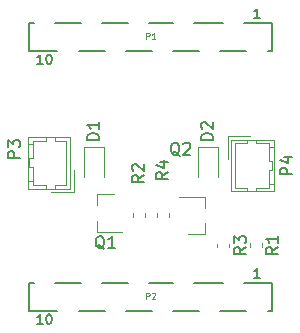
<source format=gto>
G04 #@! TF.GenerationSoftware,KiCad,Pcbnew,(5.1.5)-3*
G04 #@! TF.CreationDate,2019-12-07T13:31:04+02:00*
G04 #@! TF.ProjectId,template,74656d70-6c61-4746-952e-6b696361645f,A*
G04 #@! TF.SameCoordinates,Original*
G04 #@! TF.FileFunction,Legend,Top*
G04 #@! TF.FilePolarity,Positive*
%FSLAX46Y46*%
G04 Gerber Fmt 4.6, Leading zero omitted, Abs format (unit mm)*
G04 Created by KiCad (PCBNEW (5.1.5)-3) date 2019-12-07 13:31:04*
%MOMM*%
%LPD*%
G04 APERTURE LIST*
%ADD10C,0.200000*%
%ADD11C,0.120000*%
%ADD12C,0.100000*%
%ADD13C,0.150000*%
G04 APERTURE END LIST*
D10*
X131101000Y-87200920D02*
X128701000Y-87200920D01*
X128701000Y-87200920D02*
X128701000Y-84800920D01*
X128701000Y-84800920D02*
X129101000Y-84800920D01*
X135101000Y-87200920D02*
X132901000Y-87200920D01*
X139101000Y-87200920D02*
X136901000Y-87200920D01*
X133101000Y-84800920D02*
X130901000Y-84800920D01*
X137101000Y-84800920D02*
X134901000Y-84800920D01*
X140901000Y-84800920D02*
X138901000Y-84800920D01*
X143101000Y-87200920D02*
X140901000Y-87200920D01*
X145101000Y-84800920D02*
X142701000Y-84800920D01*
X147101000Y-87200920D02*
X144901000Y-87200920D01*
X149301000Y-87200920D02*
X148901000Y-87200920D01*
X149301000Y-87200920D02*
X149301000Y-84800920D01*
X149301000Y-84800920D02*
X146901000Y-84800920D01*
X131101000Y-109200920D02*
X128701000Y-109200920D01*
X128701000Y-109200920D02*
X128701000Y-106800920D01*
X128701000Y-106800920D02*
X129101000Y-106800920D01*
X135101000Y-109200920D02*
X132901000Y-109200920D01*
X139101000Y-109200920D02*
X136901000Y-109200920D01*
X133101000Y-106800920D02*
X130901000Y-106800920D01*
X137101000Y-106800920D02*
X134901000Y-106800920D01*
X140901000Y-106800920D02*
X138901000Y-106800920D01*
X143101000Y-109200920D02*
X140901000Y-109200920D01*
X145101000Y-106800920D02*
X142701000Y-106800920D01*
X147101000Y-109200920D02*
X144901000Y-109200920D01*
X149301000Y-109200920D02*
X148901000Y-109200920D01*
X149301000Y-109200920D02*
X149301000Y-106800920D01*
X149301000Y-106800920D02*
X146901000Y-106800920D01*
D11*
X135025000Y-95280920D02*
X133325000Y-95280920D01*
X133325000Y-95280920D02*
X133325000Y-97830920D01*
X135025000Y-95280920D02*
X135025000Y-97830920D01*
X144677000Y-95246920D02*
X144677000Y-97796920D01*
X142977000Y-95246920D02*
X142977000Y-97796920D01*
X144677000Y-95246920D02*
X142977000Y-95246920D01*
X128573000Y-98804920D02*
X132173000Y-98804920D01*
X132173000Y-98804920D02*
X132173000Y-94454920D01*
X132173000Y-94454920D02*
X128573000Y-94454920D01*
X128573000Y-94454920D02*
X128573000Y-98804920D01*
X130573000Y-99114920D02*
X132483000Y-99114920D01*
X132483000Y-99114920D02*
X132483000Y-97204920D01*
X130873000Y-98804920D02*
X130873000Y-98504920D01*
X130873000Y-98504920D02*
X131873000Y-98504920D01*
X131873000Y-98504920D02*
X131873000Y-94754920D01*
X131873000Y-94754920D02*
X130873000Y-94754920D01*
X130873000Y-94754920D02*
X130873000Y-94454920D01*
X130123000Y-98804920D02*
X130123000Y-98504920D01*
X130123000Y-98504920D02*
X129023000Y-98504920D01*
X129023000Y-98504920D02*
X129023000Y-98204920D01*
X129023000Y-98204920D02*
X128573000Y-98204920D01*
X130123000Y-94454920D02*
X130123000Y-94754920D01*
X130123000Y-94754920D02*
X129023000Y-94754920D01*
X129023000Y-94754920D02*
X129023000Y-95054920D01*
X129023000Y-95054920D02*
X128573000Y-95054920D01*
X129023000Y-98204920D02*
X129023000Y-97004920D01*
X129023000Y-97004920D02*
X128723000Y-97004920D01*
X128723000Y-97004920D02*
X128723000Y-96254920D01*
X128723000Y-96254920D02*
X129023000Y-96254920D01*
X129023000Y-96254920D02*
X129023000Y-95054920D01*
X148979000Y-97238920D02*
X148979000Y-98438920D01*
X149279000Y-97238920D02*
X148979000Y-97238920D01*
X149279000Y-96488920D02*
X149279000Y-97238920D01*
X148979000Y-96488920D02*
X149279000Y-96488920D01*
X148979000Y-95288920D02*
X148979000Y-96488920D01*
X148979000Y-98438920D02*
X149429000Y-98438920D01*
X148979000Y-98738920D02*
X148979000Y-98438920D01*
X147879000Y-98738920D02*
X148979000Y-98738920D01*
X147879000Y-99038920D02*
X147879000Y-98738920D01*
X148979000Y-95288920D02*
X149429000Y-95288920D01*
X148979000Y-94988920D02*
X148979000Y-95288920D01*
X147879000Y-94988920D02*
X148979000Y-94988920D01*
X147879000Y-94688920D02*
X147879000Y-94988920D01*
X147129000Y-98738920D02*
X147129000Y-99038920D01*
X146129000Y-98738920D02*
X147129000Y-98738920D01*
X146129000Y-94988920D02*
X146129000Y-98738920D01*
X147129000Y-94988920D02*
X146129000Y-94988920D01*
X147129000Y-94688920D02*
X147129000Y-94988920D01*
X145519000Y-94378920D02*
X145519000Y-96288920D01*
X147429000Y-94378920D02*
X145519000Y-94378920D01*
X149429000Y-99038920D02*
X149429000Y-94688920D01*
X145829000Y-99038920D02*
X149429000Y-99038920D01*
X145829000Y-94688920D02*
X145829000Y-99038920D01*
X149429000Y-94688920D02*
X145829000Y-94688920D01*
X134415000Y-99296920D02*
X134415000Y-100226920D01*
X134415000Y-102456920D02*
X134415000Y-101526920D01*
X134415000Y-102456920D02*
X136575000Y-102456920D01*
X134415000Y-99296920D02*
X135875000Y-99296920D01*
X143587000Y-102644920D02*
X142127000Y-102644920D01*
X143587000Y-99484920D02*
X141427000Y-99484920D01*
X143587000Y-99484920D02*
X143587000Y-100414920D01*
X143587000Y-102644920D02*
X143587000Y-101714920D01*
X147381000Y-103442141D02*
X147381000Y-103767699D01*
X148401000Y-103442141D02*
X148401000Y-103767699D01*
X137475000Y-101227699D02*
X137475000Y-100902141D01*
X138495000Y-101227699D02*
X138495000Y-100902141D01*
X144587000Y-103467641D02*
X144587000Y-103793199D01*
X145607000Y-103467641D02*
X145607000Y-103793199D01*
X140527000Y-100902141D02*
X140527000Y-101227699D01*
X139507000Y-100902141D02*
X139507000Y-101227699D01*
D12*
X138631952Y-86127110D02*
X138631952Y-85627110D01*
X138822428Y-85627110D01*
X138870047Y-85650920D01*
X138893857Y-85674729D01*
X138917666Y-85722348D01*
X138917666Y-85793777D01*
X138893857Y-85841396D01*
X138870047Y-85865205D01*
X138822428Y-85889015D01*
X138631952Y-85889015D01*
X139393857Y-86127110D02*
X139108142Y-86127110D01*
X139251000Y-86127110D02*
X139251000Y-85627110D01*
X139203380Y-85698539D01*
X139155761Y-85746158D01*
X139108142Y-85769967D01*
D10*
X129848619Y-88262824D02*
X129391476Y-88262824D01*
X129620047Y-88262824D02*
X129620047Y-87462824D01*
X129543857Y-87577110D01*
X129467666Y-87653300D01*
X129391476Y-87691396D01*
X130343857Y-87462824D02*
X130420047Y-87462824D01*
X130496238Y-87500920D01*
X130534333Y-87539015D01*
X130572428Y-87615205D01*
X130610523Y-87767586D01*
X130610523Y-87958062D01*
X130572428Y-88110443D01*
X130534333Y-88186634D01*
X130496238Y-88224729D01*
X130420047Y-88262824D01*
X130343857Y-88262824D01*
X130267666Y-88224729D01*
X130229571Y-88186634D01*
X130191476Y-88110443D01*
X130153380Y-87958062D01*
X130153380Y-87767586D01*
X130191476Y-87615205D01*
X130229571Y-87539015D01*
X130267666Y-87500920D01*
X130343857Y-87462824D01*
X148229571Y-84362824D02*
X147772428Y-84362824D01*
X148001000Y-84362824D02*
X148001000Y-83562824D01*
X147924809Y-83677110D01*
X147848619Y-83753300D01*
X147772428Y-83791396D01*
D12*
X138631952Y-108127110D02*
X138631952Y-107627110D01*
X138822428Y-107627110D01*
X138870047Y-107650920D01*
X138893857Y-107674729D01*
X138917666Y-107722348D01*
X138917666Y-107793777D01*
X138893857Y-107841396D01*
X138870047Y-107865205D01*
X138822428Y-107889015D01*
X138631952Y-107889015D01*
X139108142Y-107674729D02*
X139131952Y-107650920D01*
X139179571Y-107627110D01*
X139298619Y-107627110D01*
X139346238Y-107650920D01*
X139370047Y-107674729D01*
X139393857Y-107722348D01*
X139393857Y-107769967D01*
X139370047Y-107841396D01*
X139084333Y-108127110D01*
X139393857Y-108127110D01*
D10*
X129848619Y-110262824D02*
X129391476Y-110262824D01*
X129620047Y-110262824D02*
X129620047Y-109462824D01*
X129543857Y-109577110D01*
X129467666Y-109653300D01*
X129391476Y-109691396D01*
X130343857Y-109462824D02*
X130420047Y-109462824D01*
X130496238Y-109500920D01*
X130534333Y-109539015D01*
X130572428Y-109615205D01*
X130610523Y-109767586D01*
X130610523Y-109958062D01*
X130572428Y-110110443D01*
X130534333Y-110186634D01*
X130496238Y-110224729D01*
X130420047Y-110262824D01*
X130343857Y-110262824D01*
X130267666Y-110224729D01*
X130229571Y-110186634D01*
X130191476Y-110110443D01*
X130153380Y-109958062D01*
X130153380Y-109767586D01*
X130191476Y-109615205D01*
X130229571Y-109539015D01*
X130267666Y-109500920D01*
X130343857Y-109462824D01*
X148229571Y-106362824D02*
X147772428Y-106362824D01*
X148001000Y-106362824D02*
X148001000Y-105562824D01*
X147924809Y-105677110D01*
X147848619Y-105753300D01*
X147772428Y-105791396D01*
D13*
X134627380Y-94691015D02*
X133627380Y-94691015D01*
X133627380Y-94452920D01*
X133675000Y-94310062D01*
X133770238Y-94214824D01*
X133865476Y-94167205D01*
X134055952Y-94119586D01*
X134198809Y-94119586D01*
X134389285Y-94167205D01*
X134484523Y-94214824D01*
X134579761Y-94310062D01*
X134627380Y-94452920D01*
X134627380Y-94691015D01*
X134627380Y-93167205D02*
X134627380Y-93738634D01*
X134627380Y-93452920D02*
X133627380Y-93452920D01*
X133770238Y-93548158D01*
X133865476Y-93643396D01*
X133913095Y-93738634D01*
X144279380Y-94691015D02*
X143279380Y-94691015D01*
X143279380Y-94452920D01*
X143327000Y-94310062D01*
X143422238Y-94214824D01*
X143517476Y-94167205D01*
X143707952Y-94119586D01*
X143850809Y-94119586D01*
X144041285Y-94167205D01*
X144136523Y-94214824D01*
X144231761Y-94310062D01*
X144279380Y-94452920D01*
X144279380Y-94691015D01*
X143374619Y-93738634D02*
X143327000Y-93691015D01*
X143279380Y-93595777D01*
X143279380Y-93357681D01*
X143327000Y-93262443D01*
X143374619Y-93214824D01*
X143469857Y-93167205D01*
X143565095Y-93167205D01*
X143707952Y-93214824D01*
X144279380Y-93786253D01*
X144279380Y-93167205D01*
X127925380Y-96215015D02*
X126925380Y-96215015D01*
X126925380Y-95834062D01*
X126973000Y-95738824D01*
X127020619Y-95691205D01*
X127115857Y-95643586D01*
X127258714Y-95643586D01*
X127353952Y-95691205D01*
X127401571Y-95738824D01*
X127449190Y-95834062D01*
X127449190Y-96215015D01*
X126925380Y-95310253D02*
X126925380Y-94691205D01*
X127306333Y-95024539D01*
X127306333Y-94881681D01*
X127353952Y-94786443D01*
X127401571Y-94738824D01*
X127496809Y-94691205D01*
X127734904Y-94691205D01*
X127830142Y-94738824D01*
X127877761Y-94786443D01*
X127925380Y-94881681D01*
X127925380Y-95167396D01*
X127877761Y-95262634D01*
X127830142Y-95310253D01*
X150981380Y-97597015D02*
X149981380Y-97597015D01*
X149981380Y-97216062D01*
X150029000Y-97120824D01*
X150076619Y-97073205D01*
X150171857Y-97025586D01*
X150314714Y-97025586D01*
X150409952Y-97073205D01*
X150457571Y-97120824D01*
X150505190Y-97216062D01*
X150505190Y-97597015D01*
X150314714Y-96168443D02*
X150981380Y-96168443D01*
X149933761Y-96406539D02*
X150648047Y-96644634D01*
X150648047Y-96025586D01*
X135079761Y-103924539D02*
X134984523Y-103876920D01*
X134889285Y-103781681D01*
X134746428Y-103638824D01*
X134651190Y-103591205D01*
X134555952Y-103591205D01*
X134603571Y-103829300D02*
X134508333Y-103781681D01*
X134413095Y-103686443D01*
X134365476Y-103495967D01*
X134365476Y-103162634D01*
X134413095Y-102972158D01*
X134508333Y-102876920D01*
X134603571Y-102829300D01*
X134794047Y-102829300D01*
X134889285Y-102876920D01*
X134984523Y-102972158D01*
X135032142Y-103162634D01*
X135032142Y-103495967D01*
X134984523Y-103686443D01*
X134889285Y-103781681D01*
X134794047Y-103829300D01*
X134603571Y-103829300D01*
X135984523Y-103829300D02*
X135413095Y-103829300D01*
X135698809Y-103829300D02*
X135698809Y-102829300D01*
X135603571Y-102972158D01*
X135508333Y-103067396D01*
X135413095Y-103115015D01*
X141445761Y-96024539D02*
X141350523Y-95976920D01*
X141255285Y-95881681D01*
X141112428Y-95738824D01*
X141017190Y-95691205D01*
X140921952Y-95691205D01*
X140969571Y-95929300D02*
X140874333Y-95881681D01*
X140779095Y-95786443D01*
X140731476Y-95595967D01*
X140731476Y-95262634D01*
X140779095Y-95072158D01*
X140874333Y-94976920D01*
X140969571Y-94929300D01*
X141160047Y-94929300D01*
X141255285Y-94976920D01*
X141350523Y-95072158D01*
X141398142Y-95262634D01*
X141398142Y-95595967D01*
X141350523Y-95786443D01*
X141255285Y-95881681D01*
X141160047Y-95929300D01*
X140969571Y-95929300D01*
X141779095Y-95024539D02*
X141826714Y-94976920D01*
X141921952Y-94929300D01*
X142160047Y-94929300D01*
X142255285Y-94976920D01*
X142302904Y-95024539D01*
X142350523Y-95119777D01*
X142350523Y-95215015D01*
X142302904Y-95357872D01*
X141731476Y-95929300D01*
X142350523Y-95929300D01*
X149773380Y-103771586D02*
X149297190Y-104104920D01*
X149773380Y-104343015D02*
X148773380Y-104343015D01*
X148773380Y-103962062D01*
X148821000Y-103866824D01*
X148868619Y-103819205D01*
X148963857Y-103771586D01*
X149106714Y-103771586D01*
X149201952Y-103819205D01*
X149249571Y-103866824D01*
X149297190Y-103962062D01*
X149297190Y-104343015D01*
X149773380Y-102819205D02*
X149773380Y-103390634D01*
X149773380Y-103104920D02*
X148773380Y-103104920D01*
X148916238Y-103200158D01*
X149011476Y-103295396D01*
X149059095Y-103390634D01*
X138437380Y-97675586D02*
X137961190Y-98008920D01*
X138437380Y-98247015D02*
X137437380Y-98247015D01*
X137437380Y-97866062D01*
X137485000Y-97770824D01*
X137532619Y-97723205D01*
X137627857Y-97675586D01*
X137770714Y-97675586D01*
X137865952Y-97723205D01*
X137913571Y-97770824D01*
X137961190Y-97866062D01*
X137961190Y-98247015D01*
X137532619Y-97294634D02*
X137485000Y-97247015D01*
X137437380Y-97151777D01*
X137437380Y-96913681D01*
X137485000Y-96818443D01*
X137532619Y-96770824D01*
X137627857Y-96723205D01*
X137723095Y-96723205D01*
X137865952Y-96770824D01*
X138437380Y-97342253D01*
X138437380Y-96723205D01*
X147073380Y-103771586D02*
X146597190Y-104104920D01*
X147073380Y-104343015D02*
X146073380Y-104343015D01*
X146073380Y-103962062D01*
X146121000Y-103866824D01*
X146168619Y-103819205D01*
X146263857Y-103771586D01*
X146406714Y-103771586D01*
X146501952Y-103819205D01*
X146549571Y-103866824D01*
X146597190Y-103962062D01*
X146597190Y-104343015D01*
X146073380Y-103438253D02*
X146073380Y-102819205D01*
X146454333Y-103152539D01*
X146454333Y-103009681D01*
X146501952Y-102914443D01*
X146549571Y-102866824D01*
X146644809Y-102819205D01*
X146882904Y-102819205D01*
X146978142Y-102866824D01*
X147025761Y-102914443D01*
X147073380Y-103009681D01*
X147073380Y-103295396D01*
X147025761Y-103390634D01*
X146978142Y-103438253D01*
X140469380Y-97421586D02*
X139993190Y-97754920D01*
X140469380Y-97993015D02*
X139469380Y-97993015D01*
X139469380Y-97612062D01*
X139517000Y-97516824D01*
X139564619Y-97469205D01*
X139659857Y-97421586D01*
X139802714Y-97421586D01*
X139897952Y-97469205D01*
X139945571Y-97516824D01*
X139993190Y-97612062D01*
X139993190Y-97993015D01*
X139802714Y-96564443D02*
X140469380Y-96564443D01*
X139421761Y-96802539D02*
X140136047Y-97040634D01*
X140136047Y-96421586D01*
M02*

</source>
